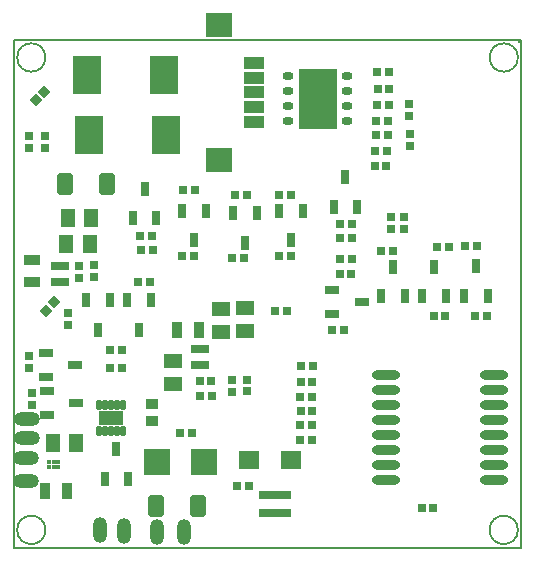
<source format=gbs>
%FSLAX25Y25*%
%MOIN*%
G70*
G01*
G75*
G04 Layer_Color=16711935*
%ADD10C,0.01000*%
%ADD11C,0.01500*%
%ADD12C,0.02000*%
%ADD13C,0.03937*%
%ADD14R,0.08268X0.08268*%
%ADD15R,0.08268X0.08268*%
%ADD16R,0.03150X0.02362*%
%ADD17R,0.02362X0.03150*%
%ADD18R,0.01083X0.00984*%
%ADD19R,0.00984X0.01083*%
%ADD20R,0.01181X0.01890*%
%ADD21R,0.01890X0.01181*%
%ADD22R,0.02362X0.02362*%
%ADD23R,0.02362X0.02362*%
%ADD24R,0.03347X0.02756*%
%ADD25R,0.01083X0.00984*%
%ADD26R,0.00984X0.01083*%
%ADD27R,0.02756X0.03347*%
%ADD28R,0.01378X0.00787*%
%ADD29R,0.01181X0.01181*%
%ADD30R,0.01378X0.00984*%
%ADD31R,0.01378X0.01181*%
G04:AMPARAMS|DCode=32|XSize=39.37mil|YSize=41.34mil|CornerRadius=5.91mil|HoleSize=0mil|Usage=FLASHONLY|Rotation=90.000|XOffset=0mil|YOffset=0mil|HoleType=Round|Shape=RoundedRectangle|*
%AMROUNDEDRECTD32*
21,1,0.03937,0.02953,0,0,90.0*
21,1,0.02756,0.04134,0,0,90.0*
1,1,0.01181,0.01476,0.01378*
1,1,0.01181,0.01476,-0.01378*
1,1,0.01181,-0.01476,-0.01378*
1,1,0.01181,-0.01476,0.01378*
%
%ADD32ROUNDEDRECTD32*%
G04:AMPARAMS|DCode=33|XSize=41.34mil|YSize=86.61mil|CornerRadius=6.2mil|HoleSize=0mil|Usage=FLASHONLY|Rotation=90.000|XOffset=0mil|YOffset=0mil|HoleType=Round|Shape=RoundedRectangle|*
%AMROUNDEDRECTD33*
21,1,0.04134,0.07421,0,0,90.0*
21,1,0.02894,0.08661,0,0,90.0*
1,1,0.01240,0.03711,0.01447*
1,1,0.01240,0.03711,-0.01447*
1,1,0.01240,-0.03711,-0.01447*
1,1,0.01240,-0.03711,0.01447*
%
%ADD33ROUNDEDRECTD33*%
G04:AMPARAMS|DCode=34|XSize=27.56mil|YSize=33.47mil|CornerRadius=0mil|HoleSize=0mil|Usage=FLASHONLY|Rotation=225.000|XOffset=0mil|YOffset=0mil|HoleType=Round|Shape=Rectangle|*
%AMROTATEDRECTD34*
4,1,4,-0.00209,0.02158,0.02158,-0.00209,0.00209,-0.02158,-0.02158,0.00209,-0.00209,0.02158,0.0*
%
%ADD34ROTATEDRECTD34*%

%ADD35O,0.06299X0.01181*%
%ADD36R,0.06299X0.01181*%
%ADD37O,0.01181X0.06299*%
%ADD38R,0.04800X0.05600*%
%ADD39R,0.05000X0.05000*%
%ADD40R,0.05000X0.07874*%
%ADD41R,0.07874X0.02756*%
%ADD42C,0.00600*%
%ADD43C,0.00800*%
%ADD44C,0.00500*%
%ADD45C,0.02000*%
%ADD46C,0.03000*%
%ADD47C,0.04000*%
%ADD48C,0.05000*%
%ADD49C,0.03000*%
%ADD50C,0.04000*%
%ADD51O,0.07874X0.03937*%
%ADD52O,0.03937X0.07874*%
%ADD53R,0.02362X0.03937*%
%ADD54R,0.02559X0.04921*%
%ADD55C,0.00787*%
%ADD56R,0.03937X0.05118*%
%ADD57R,0.01200X0.01800*%
%ADD58R,0.04921X0.02559*%
%ADD59R,0.05118X0.03937*%
%ADD60O,0.01378X0.02756*%
%ADD61R,0.07087X0.04331*%
G04:AMPARAMS|DCode=62|XSize=45mil|YSize=65mil|CornerRadius=5.63mil|HoleSize=0mil|Usage=FLASHONLY|Rotation=0.000|XOffset=0mil|YOffset=0mil|HoleType=Round|Shape=RoundedRectangle|*
%AMROUNDEDRECTD62*
21,1,0.04500,0.05375,0,0,0.0*
21,1,0.03375,0.06500,0,0,0.0*
1,1,0.01125,0.01688,-0.02688*
1,1,0.01125,-0.01688,-0.02688*
1,1,0.01125,-0.01688,0.02688*
1,1,0.01125,0.01688,0.02688*
%
%ADD62ROUNDEDRECTD62*%
%ADD63O,0.08661X0.02362*%
%ADD64R,0.11811X0.19685*%
%ADD65O,0.02953X0.01772*%
%ADD66R,0.08661X0.11811*%
%ADD67R,0.09843X0.01969*%
%ADD68P,0.03341X4X90.0*%
%ADD69R,0.03937X0.02362*%
%ADD70R,0.07874X0.07874*%
%ADD71R,0.05906X0.05118*%
%ADD72R,0.07874X0.07087*%
%ADD73R,0.05906X0.03150*%
%ADD74R,0.14704X0.04000*%
%ADD75C,0.01200*%
%ADD76C,0.00300*%
%ADD77R,0.35200X0.19400*%
%ADD78R,0.02472X0.02228*%
%ADD79C,0.04737*%
%ADD80R,0.09068X0.09068*%
%ADD81R,0.09068X0.09068*%
%ADD82R,0.03950X0.03162*%
%ADD83R,0.03162X0.03950*%
%ADD84R,0.01883X0.01784*%
%ADD85R,0.01784X0.01883*%
%ADD86R,0.01981X0.02690*%
%ADD87R,0.02690X0.01981*%
%ADD88R,0.03162X0.03162*%
%ADD89R,0.03162X0.03162*%
%ADD90R,0.04147X0.03556*%
%ADD91R,0.01883X0.01784*%
%ADD92R,0.01784X0.01883*%
%ADD93R,0.03556X0.04147*%
%ADD94R,0.02178X0.01587*%
%ADD95R,0.01981X0.01981*%
%ADD96R,0.02178X0.01784*%
%ADD97R,0.02178X0.01981*%
G04:AMPARAMS|DCode=98|XSize=47.37mil|YSize=49.34mil|CornerRadius=7.11mil|HoleSize=0mil|Usage=FLASHONLY|Rotation=90.000|XOffset=0mil|YOffset=0mil|HoleType=Round|Shape=RoundedRectangle|*
%AMROUNDEDRECTD98*
21,1,0.04737,0.03513,0,0,90.0*
21,1,0.03316,0.04934,0,0,90.0*
1,1,0.01421,0.01756,0.01658*
1,1,0.01421,0.01756,-0.01658*
1,1,0.01421,-0.01756,-0.01658*
1,1,0.01421,-0.01756,0.01658*
%
%ADD98ROUNDEDRECTD98*%
G04:AMPARAMS|DCode=99|XSize=49.34mil|YSize=94.61mil|CornerRadius=7.4mil|HoleSize=0mil|Usage=FLASHONLY|Rotation=90.000|XOffset=0mil|YOffset=0mil|HoleType=Round|Shape=RoundedRectangle|*
%AMROUNDEDRECTD99*
21,1,0.04934,0.07981,0,0,90.0*
21,1,0.03454,0.09461,0,0,90.0*
1,1,0.01480,0.03991,0.01727*
1,1,0.01480,0.03991,-0.01727*
1,1,0.01480,-0.03991,-0.01727*
1,1,0.01480,-0.03991,0.01727*
%
%ADD99ROUNDEDRECTD99*%
G04:AMPARAMS|DCode=100|XSize=35.56mil|YSize=41.47mil|CornerRadius=0mil|HoleSize=0mil|Usage=FLASHONLY|Rotation=225.000|XOffset=0mil|YOffset=0mil|HoleType=Round|Shape=Rectangle|*
%AMROTATEDRECTD100*
4,1,4,-0.00209,0.02723,0.02723,-0.00209,0.00209,-0.02723,-0.02723,0.00209,-0.00209,0.02723,0.0*
%
%ADD100ROTATEDRECTD100*%

%ADD101O,0.07099X0.01981*%
%ADD102R,0.07099X0.01981*%
%ADD103O,0.01981X0.07099*%
%ADD104R,0.05600X0.06400*%
%ADD105R,0.05800X0.05800*%
%ADD106R,0.05800X0.08674*%
%ADD107R,0.08674X0.03556*%
%ADD108O,0.08674X0.04737*%
%ADD109O,0.04737X0.08674*%
%ADD110R,0.03162X0.04737*%
%ADD111R,0.03359X0.05721*%
%ADD112C,0.01587*%
%ADD113R,0.04737X0.05918*%
%ADD114R,0.02000X0.02600*%
%ADD115R,0.05721X0.03359*%
%ADD116R,0.05918X0.04737*%
%ADD117O,0.02178X0.03556*%
%ADD118R,0.07887X0.05131*%
G04:AMPARAMS|DCode=119|XSize=53mil|YSize=73mil|CornerRadius=6.63mil|HoleSize=0mil|Usage=FLASHONLY|Rotation=0.000|XOffset=0mil|YOffset=0mil|HoleType=Round|Shape=RoundedRectangle|*
%AMROUNDEDRECTD119*
21,1,0.05300,0.05975,0,0,0.0*
21,1,0.03975,0.07300,0,0,0.0*
1,1,0.01325,0.01988,-0.02988*
1,1,0.01325,-0.01988,-0.02988*
1,1,0.01325,-0.01988,0.02988*
1,1,0.01325,0.01988,0.02988*
%
%ADD119ROUNDEDRECTD119*%
%ADD120O,0.09461X0.03162*%
%ADD121R,0.12611X0.20485*%
%ADD122O,0.03753X0.02572*%
%ADD123R,0.09461X0.12611*%
%ADD124R,0.10642X0.02769*%
%ADD125P,0.04472X4X90.0*%
%ADD126R,0.04737X0.03162*%
%ADD127R,0.08674X0.08674*%
%ADD128R,0.06706X0.05918*%
%ADD129R,0.08674X0.07887*%
%ADD130R,0.06706X0.03950*%
D44*
X168110Y5906D02*
G03*
X168110Y5906I-4724J0D01*
G01*
X10630Y163386D02*
G03*
X10630Y163386I-4724J0D01*
G01*
X168110D02*
G03*
X168110Y163386I-4724J0D01*
G01*
X10630Y5906D02*
G03*
X10630Y5906I-4724J0D01*
G01*
X168484Y168484D02*
X169291Y169291D01*
X-0D02*
X169291D01*
X-0D02*
X0Y0D01*
X169291Y-0D02*
Y169291D01*
X0Y-74D02*
X169291Y-0D01*
D88*
X95726Y60427D02*
D03*
X99663D02*
D03*
X136000Y13332D02*
D03*
X139936D02*
D03*
X108904Y107875D02*
D03*
X112841D02*
D03*
X108951Y103108D02*
D03*
X112889D02*
D03*
X139973Y77153D02*
D03*
X143910D02*
D03*
X145082Y100045D02*
D03*
X141145D02*
D03*
X42112Y103835D02*
D03*
X46049D02*
D03*
X42447Y99178D02*
D03*
X46384D02*
D03*
X91011Y79024D02*
D03*
X87074D02*
D03*
X108643Y91317D02*
D03*
X112580D02*
D03*
X99352Y35906D02*
D03*
X95415D02*
D03*
X99321Y40998D02*
D03*
X95384D02*
D03*
X126361Y98918D02*
D03*
X122424D02*
D03*
X120324Y127152D02*
D03*
X124261D02*
D03*
X124724Y137558D02*
D03*
X120787D02*
D03*
X120561Y132316D02*
D03*
X124498D02*
D03*
X32045Y59888D02*
D03*
X35982D02*
D03*
X32045Y65988D02*
D03*
X35982D02*
D03*
X62272Y50547D02*
D03*
X66209D02*
D03*
X62024Y55700D02*
D03*
X65961D02*
D03*
X154419Y100390D02*
D03*
X150482D02*
D03*
X153972Y77222D02*
D03*
X157909D02*
D03*
X110222Y72685D02*
D03*
X106285D02*
D03*
X41592Y88664D02*
D03*
X45529D02*
D03*
X112909Y96128D02*
D03*
X108972D02*
D03*
X77785Y117466D02*
D03*
X73848D02*
D03*
X72867Y96565D02*
D03*
X76804D02*
D03*
X92350Y117539D02*
D03*
X88413D02*
D03*
X88371Y97370D02*
D03*
X92308D02*
D03*
X60410Y119095D02*
D03*
X56473D02*
D03*
X56055Y97047D02*
D03*
X59992D02*
D03*
X121073Y147572D02*
D03*
X125010D02*
D03*
X121346Y152822D02*
D03*
X125283D02*
D03*
X124860Y142254D02*
D03*
X120923D02*
D03*
X125030Y158442D02*
D03*
X121093Y158442D02*
D03*
X95601Y50296D02*
D03*
X99538D02*
D03*
X99601Y45496D02*
D03*
X95664D02*
D03*
X95664Y55096D02*
D03*
X99601D02*
D03*
X74456Y20550D02*
D03*
X78393D02*
D03*
X55626Y38179D02*
D03*
X59563D02*
D03*
D89*
X125645Y106314D02*
D03*
Y110251D02*
D03*
X130049Y106243D02*
D03*
Y110180D02*
D03*
X10552Y137136D02*
D03*
Y133200D02*
D03*
X5052Y137136D02*
D03*
Y133200D02*
D03*
X131969Y143852D02*
D03*
Y147789D02*
D03*
X132206Y137887D02*
D03*
Y133950D02*
D03*
X77948Y56007D02*
D03*
Y52070D02*
D03*
X72929Y55966D02*
D03*
Y52029D02*
D03*
X26886Y90181D02*
D03*
Y94118D02*
D03*
X21811Y89933D02*
D03*
Y93870D02*
D03*
X18256Y74301D02*
D03*
Y78238D02*
D03*
X5185Y63972D02*
D03*
Y60035D02*
D03*
X6174Y47666D02*
D03*
Y51603D02*
D03*
D90*
X46209Y42101D02*
D03*
Y48007D02*
D03*
D108*
X4272Y29740D02*
D03*
X4058Y22143D02*
D03*
X4317Y36483D02*
D03*
X4406Y42902D02*
D03*
D109*
X28651Y6008D02*
D03*
X36663Y5596D02*
D03*
X56790Y5133D02*
D03*
X47715Y5334D02*
D03*
D110*
X106644Y113564D02*
D03*
X110582Y123407D02*
D03*
X114518Y113564D02*
D03*
X143974Y83820D02*
D03*
X140037Y93663D02*
D03*
X136100Y83820D02*
D03*
X38217Y22873D02*
D03*
X34280Y32715D02*
D03*
X30343Y22873D02*
D03*
X130483Y83726D02*
D03*
X126546Y93568D02*
D03*
X122609Y83726D02*
D03*
X158035Y84022D02*
D03*
X154098Y93865D02*
D03*
X150161Y84022D02*
D03*
X24237Y82507D02*
D03*
X28174Y72664D02*
D03*
X32111Y82507D02*
D03*
X37926D02*
D03*
X41863Y72664D02*
D03*
X45800Y82507D02*
D03*
X56139Y112286D02*
D03*
X60076Y102443D02*
D03*
X64013Y112286D02*
D03*
X88480Y112261D02*
D03*
X92417Y102418D02*
D03*
X96354Y112261D02*
D03*
X73143Y111540D02*
D03*
X77080Y101697D02*
D03*
X81017Y111540D02*
D03*
X39723Y109749D02*
D03*
X43660Y119591D02*
D03*
X47597Y109749D02*
D03*
D111*
X17844Y18747D02*
D03*
X10363D02*
D03*
X61810Y72529D02*
D03*
X54330D02*
D03*
D112*
X14968Y28426D02*
D03*
Y26851D02*
D03*
X13393Y28426D02*
D03*
Y26851D02*
D03*
X11818Y28426D02*
D03*
X11818Y26851D02*
D03*
D113*
X13061Y35005D02*
D03*
X20935Y35005D02*
D03*
X18033Y109741D02*
D03*
X25907D02*
D03*
X17566Y101100D02*
D03*
X25440D02*
D03*
D114*
X13358Y88512D02*
D03*
X17326D02*
D03*
X15358Y88512D02*
D03*
X13358Y93869D02*
D03*
X15358Y93869D02*
D03*
X17326D02*
D03*
X60049Y60735D02*
D03*
X64018Y60735D02*
D03*
X62050D02*
D03*
X60049Y66092D02*
D03*
X62050Y66092D02*
D03*
X64018D02*
D03*
D115*
X6079Y95955D02*
D03*
X6079Y88475D02*
D03*
D116*
X53230Y62368D02*
D03*
Y54494D02*
D03*
X77013Y72131D02*
D03*
Y80005D02*
D03*
X69201Y71803D02*
D03*
Y79677D02*
D03*
D117*
X28542Y47518D02*
D03*
X30511Y47518D02*
D03*
X32479D02*
D03*
X34448Y47518D02*
D03*
X36416D02*
D03*
Y38856D02*
D03*
X34448D02*
D03*
X32479Y38856D02*
D03*
X30511D02*
D03*
X28542Y38856D02*
D03*
D118*
X32479Y43187D02*
D03*
D119*
X61430Y13831D02*
D03*
X47430D02*
D03*
X31183Y121158D02*
D03*
X17183D02*
D03*
D120*
X160201Y57677D02*
D03*
Y52677D02*
D03*
Y47677D02*
D03*
Y42677D02*
D03*
Y37677D02*
D03*
X160201Y32677D02*
D03*
X160201Y27677D02*
D03*
Y22677D02*
D03*
X124177Y57677D02*
D03*
X124177Y52677D02*
D03*
X124177Y47677D02*
D03*
X124177Y42677D02*
D03*
X124177Y37677D02*
D03*
X124177Y32677D02*
D03*
X124177Y27677D02*
D03*
X124177Y22677D02*
D03*
D121*
X101383Y149629D02*
D03*
D122*
X111127Y142129D02*
D03*
Y147129D02*
D03*
Y152129D02*
D03*
Y157129D02*
D03*
X91639D02*
D03*
Y152129D02*
D03*
Y147129D02*
D03*
Y142129D02*
D03*
D123*
X50673Y137686D02*
D03*
X25082D02*
D03*
X50211Y157591D02*
D03*
X24620D02*
D03*
D124*
X87201Y11671D02*
D03*
Y17571D02*
D03*
D125*
X13476Y81777D02*
D03*
X10692Y78993D02*
D03*
X10236Y152009D02*
D03*
X7452Y149225D02*
D03*
D126*
X10770Y57006D02*
D03*
X20612Y60943D02*
D03*
X10770Y64880D02*
D03*
X11001Y44342D02*
D03*
X20844Y48279D02*
D03*
X11001Y52216D02*
D03*
X106285Y77885D02*
D03*
X116128Y81822D02*
D03*
X106285Y85759D02*
D03*
D127*
X47846Y28546D02*
D03*
X63595D02*
D03*
D128*
X78393Y29150D02*
D03*
X92393Y29150D02*
D03*
D129*
X68318Y174348D02*
D03*
Y129073D02*
D03*
D130*
X80129Y141868D02*
D03*
X80129Y146789D02*
D03*
X80129Y151710D02*
D03*
Y156632D02*
D03*
Y161553D02*
D03*
M02*

</source>
